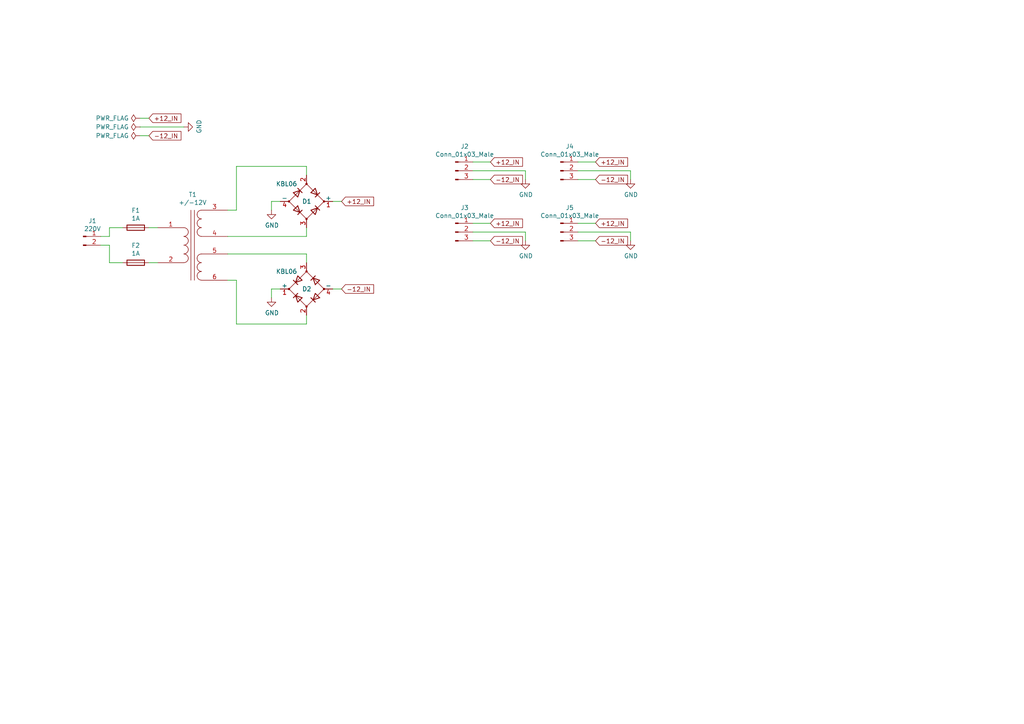
<source format=kicad_sch>
(kicad_sch (version 20211123) (generator eeschema)
  (paper "A4")
  (lib_symbols
    (symbol "Connector:Conn_01x02_Male" (pin_names (offset 1.016) hide)
      (property "Reference" "J" (at 0 2.54 0))
      (property "Value" "Conn_01x02_Male" (at 0 -5.08 0))
      (symbol "Conn_01x02_Male_1_1"
        (polyline (pts (xy 1.27 -2.54) (xy 0.8636 -2.54)) (stroke (width 0.1524)))
        (polyline (pts (xy 1.27 0) (xy 0.8636 0)) (stroke (width 0.1524)))
        (rectangle (start 0.8636 -2.413) (end 0 -2.667) (stroke (width 0.1524)) (fill (type outline)))
        (rectangle (start 0.8636 0.127) (end 0 -0.127) (stroke (width 0.1524)) (fill (type outline)))
        (pin passive line (at 5.08 0 180) (length 3.81) (name "Pin_1") (number "1"))
        (pin passive line (at 5.08 -2.54 180) (length 3.81) (name "Pin_2") (number "2"))
      )
    )
    (symbol "Connector:Conn_01x03_Male" (pin_names (offset 1.016) hide)
      (property "Reference" "J" (at 0 5.08 0))
      (property "Value" "Conn_01x03_Male" (at 0 -5.08 0))
      (symbol "Conn_01x03_Male_1_1"
        (polyline (pts (xy 1.27 -2.54) (xy 0.8636 -2.54)) (stroke (width 0.1524)))
        (polyline (pts (xy 1.27 0) (xy 0.8636 0)) (stroke (width 0.1524)))
        (polyline (pts (xy 1.27 2.54) (xy 0.8636 2.54)) (stroke (width 0.1524)))
        (rectangle (start 0.8636 -2.413) (end 0 -2.667) (stroke (width 0.1524)) (fill (type outline)))
        (rectangle (start 0.8636 0.127) (end 0 -0.127) (stroke (width 0.1524)) (fill (type outline)))
        (rectangle (start 0.8636 2.667) (end 0 2.413) (stroke (width 0.1524)) (fill (type outline)))
        (pin passive line (at 5.08 2.54 180) (length 3.81) (name "Pin_1") (number "1"))
        (pin passive line (at 5.08 0 180) (length 3.81) (name "Pin_2") (number "2"))
        (pin passive line (at 5.08 -2.54 180) (length 3.81) (name "Pin_3") (number "3"))
      )
    )
    (symbol "Device:D_Bridge_+AA-" (pin_names (offset 0))
      (property "Reference" "D" (at 2.54 6.985 0))
      (property "Value" "D_Bridge_+AA-" (at 2.54 5.08 0))
      (symbol "D_Bridge_+AA-_0_1"
        (circle (center -5.08 0) (radius 0.254) (fill (type outline)))
        (circle (center 0 -5.08) (radius 0.254) (fill (type outline)))
        (polyline (pts (xy -2.54 3.81) (xy -1.27 2.54)) (stroke (width 0.254)))
        (polyline (pts (xy -1.27 -2.54) (xy -2.54 -3.81)) (stroke (width 0.254)))
        (polyline (pts (xy 2.54 -1.27) (xy 3.81 -2.54)) (stroke (width 0.254)))
        (polyline (pts (xy 2.54 1.27) (xy 3.81 2.54)) (stroke (width 0.254)))
        (polyline (pts (xy -3.81 2.54) (xy -2.54 1.27) (xy -1.905 3.175) (xy -3.81 2.54)) (stroke (width 0.254)))
        (polyline (pts (xy -2.54 -1.27) (xy -3.81 -2.54) (xy -1.905 -3.175) (xy -2.54 -1.27)) (stroke (width 0.254)))
        (polyline (pts (xy 1.27 2.54) (xy 2.54 3.81) (xy 3.175 1.905) (xy 1.27 2.54)) (stroke (width 0.254)))
        (polyline (pts (xy 3.175 -1.905) (xy 1.27 -2.54) (xy 2.54 -3.81) (xy 3.175 -1.905)) (stroke (width 0.254)))
        (polyline (pts (xy -5.08 0) (xy 0 -5.08) (xy 5.08 0) (xy 0 5.08) (xy -5.08 0)))
        (circle (center 0 5.08) (radius 0.254) (fill (type outline)))
        (circle (center 5.08 0) (radius 0.254) (fill (type outline)))
      )
      (symbol "D_Bridge_+AA-_1_1"
        (pin passive line (at 7.62 0 180) (length 2.54) (name "+") (number "1"))
        (pin passive line (at 0 7.62 270) (length 2.54) (name "~") (number "2"))
        (pin passive line (at 0 -7.62 90) (length 2.54) (name "~") (number "3"))
        (pin passive line (at -7.62 0 0) (length 2.54) (name "-") (number "4"))
      )
    )
    (symbol "Device:Fuse" (pin_numbers hide) (pin_names (offset 0))
      (property "Reference" "F" (at 2.032 0 90))
      (property "Value" "Fuse" (at -1.905 0 90))
      (symbol "Fuse_0_1"
        (rectangle (start -0.762 -2.54) (end 0.762 2.54) (stroke (width 0.254)))
        (polyline (pts (xy 0 2.54) (xy 0 -2.54)))
      )
      (symbol "Fuse_1_1"
        (pin passive line (at 0 3.81 270) (length 1.27) (name "~") (number "1"))
        (pin passive line (at 0 -3.81 90) (length 1.27) (name "~") (number "2"))
      )
    )
    (symbol "Device:Transformer_1P_2S" (pin_names (offset 1.016) hide)
      (property "Reference" "T" (at 0 12.7 0))
      (property "Value" "Transformer_1P_2S" (at 0 -12.7 0))
      (symbol "Transformer_1P_2S_0_1"
        (arc (start -2.54 -5.0546) (mid -1.6561 -4.6863) (end -1.27 -3.81))
        (arc (start -2.54 -2.5146) (mid -1.6561 -2.1463) (end -1.27 -1.27))
        (arc (start -2.54 0.0254) (mid -1.6561 0.3937) (end -1.27 1.27))
        (arc (start -2.54 2.5654) (mid -1.6561 2.9337) (end -1.27 3.81))
        (arc (start -1.27 -3.81) (mid -1.642 -2.912) (end -2.54 -2.54))
        (arc (start -1.27 -1.27) (mid -1.642 -0.372) (end -2.54 0))
        (arc (start -1.27 1.27) (mid -1.642 2.168) (end -2.54 2.54))
        (arc (start -1.27 3.81) (mid -1.642 4.708) (end -2.54 5.08))
        (polyline (pts (xy -0.508 -10.16) (xy -0.508 10.16)))
        (polyline (pts (xy 0.508 10.16) (xy 0.508 -10.16)))
        (arc (start 1.2954 -8.89) (mid 1.6599 -9.7701) (end 2.54 -10.1346))
        (arc (start 1.2954 -6.35) (mid 1.6599 -7.2301) (end 2.54 -7.5946))
        (arc (start 1.2954 -3.81) (mid 1.6599 -4.6901) (end 2.54 -5.0546))
        (arc (start 1.2954 3.81) (mid 1.6599 2.9299) (end 2.54 2.5654))
        (arc (start 1.2954 6.35) (mid 1.6599 5.4699) (end 2.54 5.1054))
        (arc (start 1.2954 8.89) (mid 1.6599 8.0099) (end 2.54 7.6454))
        (arc (start 2.54 -7.62) (mid 1.6456 -7.9883) (end 1.2954 -8.89))
        (arc (start 2.54 -5.08) (mid 1.6456 -5.4483) (end 1.2954 -6.35))
        (arc (start 2.54 -2.54) (mid 1.6456 -2.9083) (end 1.2954 -3.81))
        (arc (start 2.54 5.08) (mid 1.6456 4.7117) (end 1.2954 3.81))
        (arc (start 2.54 7.62) (mid 1.6456 7.2517) (end 1.2954 6.35))
        (arc (start 2.54 10.16) (mid 1.6456 9.7917) (end 1.2954 8.89))
      )
      (symbol "Transformer_1P_2S_1_1"
        (pin passive line (at -10.16 5.08 0) (length 7.62) (name "AA") (number "1"))
        (pin passive line (at -10.16 -5.08 0) (length 7.62) (name "AB") (number "2"))
        (pin passive line (at 10.16 10.16 180) (length 7.62) (name "SA") (number "3"))
        (pin passive line (at 10.16 2.54 180) (length 7.62) (name "SB") (number "4"))
        (pin passive line (at 10.16 -2.54 180) (length 7.62) (name "SC") (number "5"))
        (pin passive line (at 10.16 -10.16 180) (length 7.62) (name "SD") (number "6"))
      )
    )
    (symbol "power:GND" (power) (pin_names (offset 0))
      (property "Value" "GND" (at 0 -3.81 0))
      (symbol "GND_0_1"
        (polyline (pts (xy 0 0) (xy 0 -1.27) (xy 1.27 -1.27) (xy 0 -2.54) (xy -1.27 -1.27) (xy 0 -1.27)))
      )
      (symbol "GND_1_1"
        (pin power_in line (at 0 0 270) (length 0) hide (name "GND") (number "1"))
      )
    )
    (symbol "power:PWR_FLAG" (power) (pin_numbers hide) (pin_names (offset 0) hide)
      (property "Value" "PWR_FLAG" (at 0 3.81 0))
      (symbol "PWR_FLAG_0_0"
        (pin power_out line (at 0 0 90) (length 0) (name "pwr") (number "1"))
      )
      (symbol "PWR_FLAG_0_1"
        (polyline (pts (xy 0 0) (xy 0 1.27) (xy -1.016 1.905) (xy 0 2.54) (xy 1.016 1.905) (xy 0 1.27)))
      )
    )
  )
  (wire (pts (xy 88.9 68.58) (xy 88.9 66.04)))
  (wire (pts (xy 88.9 73.66) (xy 88.9 76.2)))
  (wire (pts (xy 68.58 93.98) (xy 68.58 81.28)))
  (wire (pts (xy 88.9 48.26) (xy 88.9 50.8)))
  (wire (pts (xy 78.74 83.82) (xy 78.74 86.36)))
  (wire (pts (xy 40.64 39.37) (xy 43.18 39.37)))
  (wire (pts (xy 88.9 91.44) (xy 88.9 93.98)))
  (wire (pts (xy 182.88 49.53) (xy 182.88 52.07)))
  (wire (pts (xy 43.18 76.2) (xy 45.72 76.2)))
  (wire (pts (xy 31.75 68.58) (xy 31.75 66.04)))
  (wire (pts (xy 152.4 67.31) (xy 152.4 69.85)))
  (wire (pts (xy 167.64 69.85) (xy 172.72 69.85)))
  (wire (pts (xy 66.04 73.66) (xy 88.9 73.66)))
  (wire (pts (xy 137.16 69.85) (xy 142.24 69.85)))
  (wire (pts (xy 167.64 52.07) (xy 172.72 52.07)))
  (wire (pts (xy 78.74 58.42) (xy 78.74 60.96)))
  (wire (pts (xy 96.52 58.42) (xy 99.06 58.42)))
  (wire (pts (xy 152.4 49.53) (xy 152.4 52.07)))
  (wire (pts (xy 68.58 48.26) (xy 88.9 48.26)))
  (wire (pts (xy 68.58 60.96) (xy 68.58 48.26)))
  (wire (pts (xy 167.64 64.77) (xy 172.72 64.77)))
  (wire (pts (xy 66.04 60.96) (xy 68.58 60.96)))
  (wire (pts (xy 137.16 49.53) (xy 152.4 49.53)))
  (wire (pts (xy 29.21 71.12) (xy 31.75 71.12)))
  (wire (pts (xy 81.28 58.42) (xy 78.74 58.42)))
  (wire (pts (xy 88.9 93.98) (xy 68.58 93.98)))
  (wire (pts (xy 68.58 81.28) (xy 66.04 81.28)))
  (wire (pts (xy 40.64 36.83) (xy 53.34 36.83)))
  (wire (pts (xy 40.64 34.29) (xy 43.18 34.29)))
  (wire (pts (xy 29.21 68.58) (xy 31.75 68.58)))
  (wire (pts (xy 167.64 49.53) (xy 182.88 49.53)))
  (wire (pts (xy 137.16 46.99) (xy 142.24 46.99)))
  (wire (pts (xy 182.88 67.31) (xy 182.88 69.85)))
  (wire (pts (xy 81.28 83.82) (xy 78.74 83.82)))
  (wire (pts (xy 137.16 64.77) (xy 142.24 64.77)))
  (wire (pts (xy 66.04 68.58) (xy 88.9 68.58)))
  (wire (pts (xy 43.18 66.04) (xy 45.72 66.04)))
  (wire (pts (xy 96.52 83.82) (xy 99.06 83.82)))
  (wire (pts (xy 31.75 66.04) (xy 35.56 66.04)))
  (wire (pts (xy 167.64 46.99) (xy 172.72 46.99)))
  (wire (pts (xy 31.75 71.12) (xy 31.75 76.2)))
  (wire (pts (xy 31.75 76.2) (xy 35.56 76.2)))
  (wire (pts (xy 137.16 67.31) (xy 152.4 67.31)))
  (wire (pts (xy 137.16 52.07) (xy 142.24 52.07)))
  (wire (pts (xy 167.64 67.31) (xy 182.88 67.31)))
  (global_label "+12_IN" (shape input) (at 43.18 34.29 0) (property "Intersheet References" "${INTERSHEET_REFS}" (effects hide)))
  (global_label "-12_IN" (shape input) (at 142.24 52.07 0) (property "Intersheet References" "${INTERSHEET_REFS}" (effects hide)))
  (global_label "+12_IN" (shape input) (at 172.72 46.99 0) (property "Intersheet References" "${INTERSHEET_REFS}" (effects hide)))
  (global_label "+12_IN" (shape input) (at 172.72 64.77 0) (property "Intersheet References" "${INTERSHEET_REFS}" (effects hide)))
  (global_label "-12_IN" (shape input) (at 43.18 39.37 0) (property "Intersheet References" "${INTERSHEET_REFS}" (effects hide)))
  (global_label "-12_IN" (shape input) (at 172.72 69.85 0) (property "Intersheet References" "${INTERSHEET_REFS}" (effects hide)))
  (global_label "-12_IN" (shape input) (at 142.24 69.85 0) (property "Intersheet References" "${INTERSHEET_REFS}" (effects hide)))
  (global_label "+12_IN" (shape input) (at 142.24 46.99 0) (property "Intersheet References" "${INTERSHEET_REFS}" (effects hide)))
  (global_label "-12_IN" (shape input) (at 172.72 52.07 0) (property "Intersheet References" "${INTERSHEET_REFS}" (effects hide)))
  (global_label "-12_IN" (shape input) (at 99.06 83.82 0) (property "Intersheet References" "${INTERSHEET_REFS}" (effects hide)))
  (global_label "+12_IN" (shape input) (at 142.24 64.77 0) (property "Intersheet References" "${INTERSHEET_REFS}" (effects hide)))
  (global_label "+12_IN" (shape input) (at 99.06 58.42 0) (property "Intersheet References" "${INTERSHEET_REFS}" (effects hide)))
  (symbol (lib_id "Device:Transformer_1P_2S") (at 55.88 71.12 0) (unit 1)
    (property "Reference" "T1" (at 55.88 56.4388 0))
    (property "Value" "+/-12V" (at 55.88 58.7502 0))
    (property "Footprint" "KraakenStuff:Toroidal transformer 220V 150VA 2x12V" (effects hide))
  )
  (symbol (lib_id "Device:D_Bridge_+AA-") (at 88.9 58.42 0) (unit 1)
    (property "Reference" "D1" (at 87.63 58.42 0) (effects (justify left)))
    (property "Value" "KBL06" (at 80.01 53.34 0) (effects (justify left)))
    (property "Footprint" "KraakenStuff:Diode_Bridge_18.5x5.5" (effects hide))
  )
  (symbol (lib_id "Device:D_Bridge_+AA-") (at 88.9 83.82 180) (unit 1)
    (property "Reference" "D2" (at 87.63 83.82 0) (effects (justify right)))
    (property "Value" "KBL06" (at 80.01 78.74 0) (effects (justify right)))
    (property "Footprint" "KraakenStuff:Diode_Bridge_18.5x5.5" (effects hide))
  )
  (symbol (lib_id "Device:Fuse") (at 39.37 76.2 270) (unit 1)
    (property "Reference" "F2" (at 39.37 71.1962 90))
    (property "Value" "1A" (at 39.37 73.5076 90))
    (property "Footprint" "KraakenStuff:Fuseholder5x20_horiz_SemiClosed_Casing10x25mm" (effects hide))
  )
  (symbol (lib_id "power:GND") (at 78.74 60.96 0) (unit 1)
    (property "Reference" "#PWR01" (effects hide))
    (property "Value" "GND" (at 78.867 65.3542 0))
  )
  (symbol (lib_id "power:GND") (at 78.74 86.36 0) (unit 1)
    (property "Reference" "#PWR02" (effects hide))
    (property "Value" "GND" (at 78.867 90.7542 0))
  )
  (symbol (lib_id "power:GND") (at 152.4 52.07 0) (unit 1)
    (property "Reference" "#PWR07" (effects hide))
    (property "Value" "GND" (at 152.527 56.4642 0))
  )
  (symbol (lib_id "power:GND") (at 152.4 69.85 0) (unit 1)
    (property "Reference" "#PWR03" (effects hide))
    (property "Value" "GND" (at 152.527 74.2442 0))
  )
  (symbol (lib_id "power:GND") (at 182.88 52.07 0) (unit 1)
    (property "Reference" "#PWR04" (effects hide))
    (property "Value" "GND" (at 183.007 56.4642 0))
  )
  (symbol (lib_id "power:GND") (at 182.88 69.85 0) (unit 1)
    (property "Reference" "#PWR05" (effects hide))
    (property "Value" "GND" (at 183.007 74.2442 0))
  )
  (symbol (lib_id "power:PWR_FLAG") (at 40.64 34.29 90) (unit 1)
    (property "Reference" "#FLG0101" (effects hide))
    (property "Value" "PWR_FLAG" (at 37.3888 34.29 90) (effects (justify left)))
  )
  (symbol (lib_id "power:PWR_FLAG") (at 40.64 36.83 90) (unit 1)
    (property "Reference" "#FLG0102" (effects hide))
    (property "Value" "PWR_FLAG" (at 37.3888 36.83 90) (effects (justify left)))
  )
  (symbol (lib_id "power:PWR_FLAG") (at 40.64 39.37 90) (unit 1)
    (property "Reference" "#FLG0103" (effects hide))
    (property "Value" "PWR_FLAG" (at 37.3888 39.37 90) (effects (justify left)))
  )
  (symbol (lib_id "power:GND") (at 53.34 36.83 90) (unit 1)
    (property "Reference" "#PWR0101" (effects hide))
    (property "Value" "GND" (at 57.7342 36.703 0))
  )
  (symbol (lib_id "Device:Fuse") (at 39.37 66.04 270) (unit 1)
    (property "Reference" "F1" (at 39.37 61.0362 90))
    (property "Value" "1A" (at 39.37 63.3476 90))
    (property "Footprint" "KraakenStuff:Fuseholder5x20_horiz_SemiClosed_Casing10x25mm" (effects hide))
  )
  (symbol (lib_id "Connector:Conn_01x03_Male") (at 132.08 49.53 0) (unit 1)
    (property "Reference" "J2" (at 134.7724 42.4688 0))
    (property "Value" "Conn_01x03_Male" (at 134.7724 44.7802 0))
    (property "Footprint" "KraakenStuff:Klema x3" (effects hide))
  )
  (symbol (lib_id "Connector:Conn_01x03_Male") (at 132.08 67.31 0) (unit 1)
    (property "Reference" "J3" (at 134.7724 60.2488 0))
    (property "Value" "Conn_01x03_Male" (at 134.7724 62.5602 0))
    (property "Footprint" "KraakenStuff:Klema x3" (effects hide))
  )
  (symbol (lib_id "Connector:Conn_01x03_Male") (at 162.56 49.53 0) (unit 1)
    (property "Reference" "J4" (at 165.2524 42.4688 0))
    (property "Value" "Conn_01x03_Male" (at 165.2524 44.7802 0))
    (property "Footprint" "KraakenStuff:Klema x3" (effects hide))
  )
  (symbol (lib_id "Connector:Conn_01x03_Male") (at 162.56 67.31 0) (unit 1)
    (property "Reference" "J5" (at 165.2524 60.2488 0))
    (property "Value" "Conn_01x03_Male" (at 165.2524 62.5602 0))
    (property "Footprint" "KraakenStuff:Klema x3" (effects hide))
  )
  (symbol (lib_id "Connector:Conn_01x02_Male") (at 24.13 68.58 0) (unit 1)
    (property "Reference" "J1" (at 26.8224 64.0588 0))
    (property "Value" "220V" (at 26.8224 66.3702 0))
    (property "Footprint" "KraakenStuff:Terminal 2 contacts" (effects hide))
  )
)
</source>
